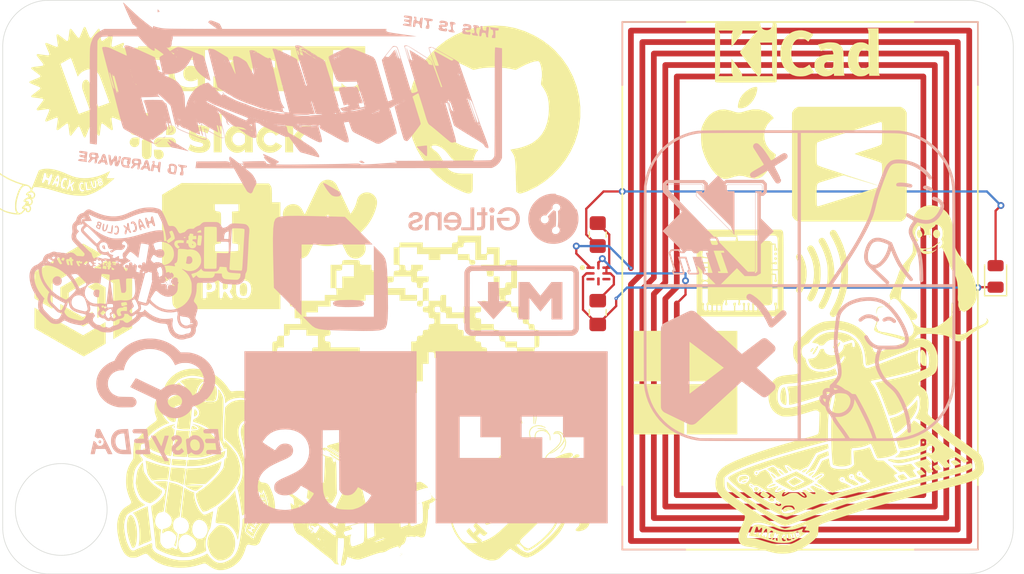
<source format=kicad_pcb>
(kicad_pcb (version 20241229) (generator "pcbnew") (generator_version "9.0")
  (layers (0 "F.Cu" signal) (2 "B.Cu" signal) (13 "F.Paste" user) (15 "B.Paste" user) (5 "F.SilkS" user "F.Silkscreen") (7 "B.SilkS" user "B.Silkscreen") (1 "F.Mask" user) (3 "B.Mask" user) (25 "Edge.Cuts" user))
  (net 0 "")
  (net 1 "Net-(U1-LA)")
  (net 2 "Net-(U1-LB)")
  (net 3 "Net-(D1-K)")
  (net 4 "Net-(U1-VCC)")
  (net 5 "Net-(D1-A)")
  (footprint "LOGO" (layer "F.Cu") (at 223.8375 111.91875)
    (property "Reference" "G***" (hide yes))
    (property "Value" "LOGO" (hide yes))
  )
  (footprint "lib:card_nfc" (layer "F.Cu") (at 236.91875 90.5 -90)
    (property "Reference" "AE1" (hide yes))
    (property "Value" "Antenna_Loop" (hide yes))
    (pad "1" smd custom (at 20.964466 29.75 270) (size 0.5 0.5) (layers "F.Cu") (net 1 "Net-(U1-LA)") (options (clearance outline) (anchor circle)) (primitives (gr_line (start 0 0) (end -20.714466 0) (width 0.5)) (gr_line (start -20.714466 0) (end -20.714466 -29.5) (width 0.5)) (gr_line (start -20.714466 -29.5) (end 23.785534 -29.5) (width 0.5)) (gr_line (start 23.785534 -29.5) (end 23.785534 0) (width 0.5)) (gr_line (start 23.785534 0) (end 1.414214 0) (width 0.5)) (gr_line (start 1.414214 0) (end 0.414214 -1) (width 0.5)) (gr_line (start 0.414214 -1) (end -19.714466 -1) (width 0.5)) (gr_line (start -19.714466 -1) (end -19.714466 -28.5) (width 0.5)) (gr_line (start -19.714466 -28.5) (end 22.785534 -28.5) (width 0.5)) (gr_line (start 22.785534 -28.5) (end 22.785534 -1) (width 0.5)) (gr_line (start 22.785534 -1) (end 1.828427 -1) (width 0.5)) (gr_line (start 1.828427 -1) (end 0.828427 -2) (width 0.5)) (gr_line (start 0.828427 -2) (end -18.714466 -2) (width 0.5)) (gr_line (start -18.714466 -2) (end -18.714466 -27.5) (width 0.5)) (gr_line (start -18.714466 -27.5) (end 21.785534 -27.5) (width 0.5)) (gr_line (start 21.785534 -27.5) (end 21.785534 -2) (width 0.5)) (gr_line (start 21.785534 -2) (end 2.242641 -2) (width 0.5)) (gr_line (start 2.242641 -2) (end 1.242641 -3) (width 0.5)) (gr_line (start 1.242641 -3) (end -17.714466 -3) (width 0.5)) (gr_line (start -17.714466 -3) (end -17.714466 -26.5) (width 0.5)) (gr_line (start -17.714466 -26.5) (end 20.785534 -26.5) (width 0.5)) (gr_line (start 20.785534 -26.5) (end 20.785534 -3) (width 0.5)) (gr_line (start 20.785534 -3) (end 2.656854 -3) (width 0.5)) (gr_line (start 2.656854 -3) (end 1.656854 -4) (width 0.5)) (gr_line (start 1.656854 -4) (end -16.714466 -4) (width 0.5)) (gr_line (start -16.714466 -4) (end -16.714466 -25.5) (width 0.5)) (gr_line (start -16.714466 -25.5) (end 19.785534 -25.5) (width 0.5)) (gr_line (start 19.785534 -25.5) (end 19.785534 -4) (width 0.5))))
    (pad "2" smd custom (at 24.035534 25.75 270) (size 0.5 0.5) (layers "F.Cu") (net 2 "Net-(U1-LB)") (options (clearance outline) (anchor circle)) (primitives (gr_line (start 0 0) (end 16.714466 0) (width 0.5))))
  )
  (footprint "LOGO" (layer "F.Cu") (at 216.68983 112.024171)
    (property "Reference" "G***" (hide yes))
    (property "Value" "LOGO" (hide yes))
  )
  (footprint "NT3H2111W0FHKH:QFN8P50_160X160X50L40X20N" (layer "F.Cu") (at 204.3375 111.91875)
    (property "Reference" "U1" (hide yes))
    (property "Value" "NT3H2111W0FHKH" (hide yes))
    (pad "1" smd roundrect (at -0.695 -0.5) (size 0.71 0.22) (layers "F.Cu" "F.Mask" "F.Paste") (roundrect_rratio 0.27) (net 1 "Net-(U1-LA)"))
    (pad "2" smd roundrect (at -0.695 0) (size 0.71 0.22) (layers "F.Cu" "F.Mask" "F.Paste") (roundrect_rratio 0.27) (net 3 "Net-(D1-K)"))
    (pad "3" smd roundrect (at -0.695 0.5) (size 0.7 0.22) (layers "F.Cu" "F.Mask" "F.Paste") (roundrect_rratio 0.27))
    (pad "4" smd roundrect (at 0 0.695) (size 0.22 0.7) (layers "F.Cu" "F.Mask" "F.Paste") (roundrect_rratio 0.27))
    (pad "5" smd roundrect (at 0.695 0.5) (size 0.7 0.22) (layers "F.Cu" "F.Mask" "F.Paste") (roundrect_rratio 0.27))
    (pad "6" smd roundrect (at 0.695 0) (size 0.7 0.22) (layers "F.Cu" "F.Mask" "F.Paste") (roundrect_rratio 0.27) (net 4 "Net-(U1-VCC)"))
    (pad "7" smd roundrect (at 0.695 -0.5) (size 0.7 0.22) (layers "F.Cu" "F.Mask" "F.Paste") (roundrect_rratio 0.27) (net 4 "Net-(U1-VCC)"))
    (pad "8" smd roundrect (at 0 -0.695) (size 0.22 0.7) (layers "F.Cu" "F.Mask" "F.Paste") (roundrect_rratio 0.27) (net 2 "Net-(U1-LB)"))
  )
  (footprint "LOGO" (layer "F.Cu") (at 180.975 107.15625)
    (property "Reference" "G***" (hide yes))
    (property "Value" "LOGO" (hide yes))
  )
  (footprint "LOGO" (layer "F.Cu") (at 159.54375 95.25)
    (property "Reference" "G***" (hide yes))
    (property "Value" "LOGO" (hide yes))
  )
  (footprint "LOGO" (layer "F.Cu") (at 216.69375 100.0125)
    (property "Reference" "G***" (hide yes))
    (property "Value" "LOGO" (hide yes))
  )
  (footprint "LOGO" (layer "F.Cu") (at 226.21875 102.39375)
    (property "Reference" "G***" (hide yes))
    (property "Value" "LOGO" (hide yes))
  )
  (footprint "LOGO" (layer "F.Cu") (at 159.54375 114.3)
    (property "Reference" "G***" (hide yes))
    (property "Value" "LOGO" (hide yes))
  )
  (footprint "LOGO" (layer "F.Cu") (at 226.21875 126.20625)
    (property "Reference" "G***" (hide yes))
    (property "Value" "LOGO" (hide yes))
  )
  (footprint "LOGO" (layer "F.Cu") (at 195.2625 97.63125)
    (property "Reference" "G***" (hide yes))
    (property "Value" "LOGO" (hide yes))
  )
  (footprint "LOGO" (layer "F.Cu") (at 233.3625 111.91875)
    (property "Reference" "G***" (hide yes))
    (property "Value" "LOGO" (hide yes))
  )
  (footprint "Resistor_SMD:R_0805_2012Metric_Pad1.20x1.40mm_HandSolder" (layer "F.Cu") (at 204.276451 108.53358 90)
    (property "Reference" "R1" (hide yes))
    (property "Value" "47Ω" (hide yes))
    (pad "1" smd roundrect (at -1 0 90) (size 1.2 1.4) (layers "F.Cu" "F.Mask" "F.Paste") (roundrect_rratio 0.208333) (net 5 "Net-(D1-A)"))
    (pad "2" smd roundrect (at 1 0 90) (size 1.2 1.4) (layers "F.Cu" "F.Mask" "F.Paste") (roundrect_rratio 0.208333) (net 4 "Net-(U1-VCC)"))
  )
  (footprint "LOGO" (layer "F.Cu") (at 171.45 100.0125)
    (property "Reference" "G***" (hide yes))
    (property "Value" "LOGO" (hide yes))
  )
  (footprint "LOGO" (layer "F.Cu") (at 221.634317 92.420707)
    (property "Reference" "G***" (hide yes))
    (property "Value" "LOGO" (hide yes))
  )
  (footprint "Capacitor_SMD:C_0805_2012Metric_Pad1.18x1.45mm_HandSolder" (layer "F.Cu") (at 204.276451 115.33358 90)
    (property "Reference" "C1" (hide yes))
    (property "Value" "220nF" (hide yes))
    (pad "1" smd roundrect (at -1.0375 0 90) (size 1.175 1.45) (layers "F.Cu" "F.Mask" "F.Paste") (roundrect_rratio 0.212766) (net 3 "Net-(D1-K)"))
    (pad "2" smd roundrect (at 1.0375 0 90) (size 1.175 1.45) (layers "F.Cu" "F.Mask" "F.Paste") (roundrect_rratio 0.212766) (net 4 "Net-(U1-VCC)"))
  )
  (footprint "LOGO" (layer "F.Cu") (at 169.25 129)
    (property "Reference" "G***" (hide yes))
    (property "Value" "LOGO" (hide yes))
  )
  (footprint "LED_SMD:LED_0805_2012Metric" (layer "F.Cu") (at 238.965731 112.1825 90)
    (property "Reference" "D1" (hide yes))
    (property "Value" "LED")
    (pad "1" smd roundrect (at -0.9375 0 90) (size 0.975 1.4) (layers "F.Cu" "F.Mask" "F.Paste") (net 3 "Net-(D1-K)"))
    (pad "2" smd roundrect (at 0.9375 0 90) (size 0.975 1.4) (layers "F.Cu" "F.Mask" "F.Paste") (net 5 "Net-(D1-A)"))
  )
  (footprint "LOGO" (layer "F.Cu") (at 197.64375 130.96875)
    (property "Reference" "G***" (hide yes))
    (property "Value" "LOGO" (hide yes))
  )
  (footprint "LOGO" (layer "F.Cu") (at 183.35625 130.96875)
    (property "Reference" "G***" (hide yes))
    (property "Value" "LOGO" (hide yes))
  )
  (footprint "LOGO" (layer "F.Cu") (at 187.25 116.25)
    (property "Reference" "G***" (hide yes))
    (property "Value" "LOGO" (hide yes))
  )
  (footprint "LOGO" (layer "F.Cu") (at 157.1625 104.775)
    (property "Reference" "G***" (hide yes))
    (property "Value" "LOGO" (hide yes))
  )
  (footprint "LOGO" (layer "F.Cu") (at 211.93125 121.44375)
    (property "Reference" "G***" (hide yes))
    (property "Value" "LOGO" (hide yes))
  )
  (footprint "LOGO" (layer "F.Cu") (at 171.45 109.5375)
    (property "Reference" "G***" (hide yes))
    (property "Value" "LOGO" (hide yes))
  )
  (footprint "LOGO" (layer "B.Cu") (at 214.775 108.2375 180)
    (property "Reference" "G***" (hide yes))
    (property "Value" "LOGO" (hide yes))
  )
  (footprint "LOGO" (layer "B.Cu") (at 177.570828 96.689895 180)
    (property "Reference" "G***" (hide yes))
    (property "Value" "LOGO" (hide yes))
  )
  (footprint "LOGO" (layer "B.Cu") (at 165.75 122.75 180)
    (property "Reference" "G***" (hide yes))
    (property "Value" "LOGO" (hide yes))
  )
  (footprint "LOGO" (layer "B.Cu") (at 221.91875 113 180)
    (property "Reference" "G***" (hide yes))
    (property "Value" "LOGO" (hide yes))
  )
  (footprint "LOGO" (layer "B.Cu") (at 180.975 111.91875 180)
    (property "Reference" "G***" (hide yes))
    (property "Value" "LOGO" (hide yes))
  )
  (footprint "LOGO" (layer "B.Cu") (at 214.775 120.14375 180)
    (property "Reference" "G***" (hide yes))
    (property "Value" "LOGO" (hide yes))
  )
  (footprint "LOGO" (layer "B.Cu") (at 197.64375 114.3 180)
    (property "Reference" "G***" (hide yes))
    (property "Value" "LOGO" (hide yes))
  )
  (footprint "LOGO" (layer "B.Cu") (at 197.64375 126.20625 180)
    (property "Reference" "G***" (hide yes))
    (property "Value" "LOGO" (hide yes))
  )
  (footprint "LOGO" (layer "B.Cu") (at 195.2625 107.15625 180)
    (property "Reference" "G***" (hide yes))
    (property "Value" "LOGO" (hide yes))
  )
  (footprint "LOGO" (layer "B.Cu") (at 164.30625 111.91875 180)
    (property "Reference" "G***" (at 0 0 0) (layer "B.SilkS") (effects (font (size 1.5 1.5) (thickness 0.3)) (justify mirror)))
    (property "Value" "LOGO" (hide yes))
  )
  (footprint "LOGO" (layer "B.Cu") (at 180.975 126.20625 180)
    (property "Reference" "G***" (hide yes))
    (property "Value" "LOGO" (hide yes))
  )
  (gr_arc (start 240.50625 134.1125) (mid 239.334677 136.940927) (end 236.50625 138.1125) (stroke (width 0.05)) (layer "Edge.Cuts"))
  (gr_arc (start 156.4 138.1125) (mid 153.571573 136.940927) (end 152.4 134.1125) (stroke (width 0.05)) (layer "Edge.Cuts"))
  (gr_line (start 236.50625 138.1125) (end 156.4 138.1125) (stroke (width 0.05)) (layer "Edge.Cuts"))
  (gr_line (start 156.4 88.10625) (end 236.50625 88.10625) (stroke (width 0.05)) (layer "Edge.Cuts"))
  (gr_line (start 240.50625 92.10625) (end 240.50625 134.1125) (stroke (width 0.05)) (layer "Edge.Cuts"))
  (gr_line (start 152.4 134.1125) (end 152.4 92.10625) (stroke (width 0.05)) (layer "Edge.Cuts"))
  (gr_arc (start 152.4 92.10625) (mid 153.571591 89.277855) (end 156.4 88.10625) (stroke (width 0.05)) (layer "Edge.Cuts"))
  (gr_circle (center 157.5 132.5) (end 157.5 136.5) (stroke (width 0.05)) (fill no) (layer "Edge.Cuts"))
  (gr_arc (start 236.50625 88.10625) (mid 239.334677 89.277823) (end 240.50625 92.10625) (stroke (width 0.05)) (layer "Edge.Cuts"))
  (gr_text "A" (at 164.278484 92.250969 180) (layer "F.SilkS" knockout) (effects (font (size 3 3) (thickness 0.1)) (justify left bottom)))
  (gr_text "ack club" (at 164.361798 96.148755 0) (layer "F.SilkS" knockout) (effects (font (size 3 3) (thickness 0.3) (bold yes)) (justify left bottom)))
  (gr_text "A" (at 161.491095 96.019189 0) (layer "F.SilkS" knockout) (effects (font (size 3 3) (thickness 0.1)) (justify left bottom)))
  (segment (start 203.6425 111.41875) (end 202.40625 110.1825) (width 0.2) (layer "F.Cu") (net 1))
  (segment (start 207.129216 111.424932) (end 207.16875 111.464466) (width 0.2) (layer "F.Cu") (net 1))
  (segment (start 202.40625 110.1825) (end 202.40625 109.5375) (width 0.2) (layer "F.Cu") (net 1))
  (via (at 202.40625 109.5375) (size 0.6) (drill 0.3) (layers "F.Cu" "B.Cu") (net 1))
  (via micro (at 207.16875 111.464466) (size 0.3) (drill 0.1) (layers "F.Cu" "B.Cu") (net 1))
  (segment (start 202.40625 109.5375) (end 205.241784 109.5375) (width 0.2) (layer "B.Cu") (net 1))
  (segment (start 205.241784 109.5375) (end 207.16875 111.464466) (width 0.2) (layer "B.Cu") (net 1))
  (segment (start 211.93125 112.554787) (end 211.93125 113.773034) (width 0.2) (layer "F.Cu") (net 2))
  (segment (start 204.3375 111.22375) (end 204.3375 110.973531) (width 0.2) (layer "F.Cu") (net 2))
  (segment (start 211.93125 113.773034) (end 211.16875 114.535534) (width 0.2) (layer "F.Cu") (net 2))
  (segment (start 204.3375 110.973531) (end 204.677451 110.63358) (width 0.2) (layer "F.Cu") (net 2))
  (via (at 211.93125 112.554787) (size 0.6) (drill 0.3) (layers "F.Cu" "B.Cu") (net 2))
  (via (at 204.677451 110.63358) (size 0.6) (drill 0.3) (layers "F.Cu" "B.Cu") (net 2))
  (segment (start 211.93125 111.91875) (end 211.93125 112.554787) (width 0.2) (layer "B.Cu") (net 2))
  (segment (start 205.962621 111.91875) (end 211.93125 111.91875) (width 0.2) (layer "B.Cu") (net 2))
  (segment (start 204.677451 110.63358) (end 205.962621 111.91875) (width 0.2) (layer "B.Cu") (net 2))
  (segment (start 205.883921 114.103584) (end 205.883921 114.76361) (width 0.2) (layer "F.Cu") (net 3))
  (segment (start 202.9915 112.21475) (end 203.2875 111.91875) (width 0.2) (layer "F.Cu") (net 3))
  (segment (start 202.9915 115.086129) (end 202.9915 112.21475) (width 0.2) (layer "F.Cu") (net 3))
  (segment (start 238.965731 113.12) (end 237.458537 113.12) (width 0.2) (layer "F.Cu") (net 3))
  (segment (start 237.458537 113.12) (end 237.42375 113.154787) (width 0.2) (layer "F.Cu") (net 3))
  (segment (start 205.883921 114.76361) (end 204.276451 116.37108) (width 0.2) (layer "F.Cu") (net 3))
  (segment (start 204.276451 116.37108) (end 202.9915 115.086129) (width 0.2) (layer "F.Cu") (net 3))
  (segment (start 203.2875 111.91875) (end 203.6425 111.91875) (width 0.2) (layer "F.Cu") (net 3))
  (via (at 237.42375 113.154787) (size 0.6) (drill 0.3) (layers "F.Cu" "B.Cu") (net 3))
  (via micro (at 205.883921 114.103584) (size 0.3) (drill 0.1) (layers "F.Cu" "B.Cu") (net 3))
  (segment (start 237.42375 113.154787) (end 206.832718 113.154787) (width 0.2) (layer "B.Cu") (net 3))
  (segment (start 206.832718 113.154787) (end 205.883921 114.103584) (width 0.2) (layer "B.Cu") (net 3))
  (segment (start 205.6835 112.889031) (end 205.6835 112.21722) (width 0.2) (layer "F.Cu") (net 4))
  (segment (start 205.277451 111.173799) (end 205.0325 111.41875) (width 0.2) (layer "F.Cu") (net 4))
  (segment (start 205.277451 108.53458) (end 205.277451 111.173799) (width 0.2) (layer "F.Cu") (net 4))
  (segment (start 205.0325 111.91875) (end 205.0325 111.41875) (width 0.2) (layer "F.Cu") (net 4))
  (segment (start 204.276451 114.29608) (end 205.6835 112.889031) (width 0.2) (layer "F.Cu") (net 4))
  (segment (start 204.276451 107.53358) (end 205.277451 108.53458) (width 0.2) (layer "F.Cu") (net 4))
  (segment (start 205.38503 111.91875) (end 205.0325 111.91875) (width 0.2) (layer "F.Cu") (net 4))
  (segment (start 205.6835 112.21722) (end 205.38503 111.91875) (width 0.2) (layer "F.Cu") (net 4))
  (segment (start 204.7875 104.775) (end 206.41375 104.775) (width 0.2) (layer "F.Cu") (net 5))
  (segment (start 203.275451 108.53258) (end 203.275451 106.287049) (width 0.2) (layer "F.Cu") (net 5))
  (segment (start 204.276451 109.53358) (end 203.275451 108.53258) (width 0.2) (layer "F.Cu") (net 5))
  (segment (start 238.957481 111.23675) (end 238.965731 111.245) (width 0.2) (layer "F.Cu") (net 5))
  (segment (start 203.275451 106.287049) (end 204.7875 104.775) (width 0.2) (layer "F.Cu") (net 5))
  (segment (start 238.965731 111.245) (end 238.965731 106.461386) (width 0.2) (layer "F.Cu") (net 5))
  (segment (start 238.965731 106.461386) (end 239.427839 105.999278) (width 0.2) (layer "F.Cu") (net 5))
  (via (at 206.41375 104.775) (size 0.6) (drill 0.3) (layers "F.Cu" "B.Cu") (net 5))
  (via (at 239.427839 105.999278) (size 0.6) (drill 0.3) (layers "F.Cu" "B.Cu") (net 5))
  (segment (start 238.203561 104.775) (end 239.427839 105.999278) (width 0.2) (layer "B.Cu") (net 5))
  (segment (start 206.41375 104.775) (end 238.203561 104.775) (width 0.2) (layer "B.Cu") (net 5))
)
</source>
